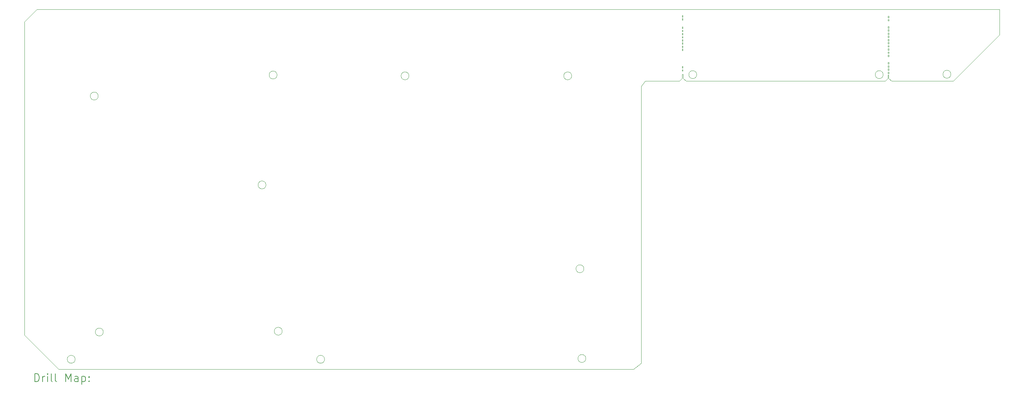
<source format=gbr>
%TF.GenerationSoftware,KiCad,Pcbnew,8.0.3-1.fc40*%
%TF.CreationDate,2024-06-20T13:52:43-04:00*%
%TF.ProjectId,sensor_bar_unified_muxing_1,73656e73-6f72-45f6-9261-725f756e6966,rev?*%
%TF.SameCoordinates,Original*%
%TF.FileFunction,Drillmap*%
%TF.FilePolarity,Positive*%
%FSLAX45Y45*%
G04 Gerber Fmt 4.5, Leading zero omitted, Abs format (unit mm)*
G04 Created by KiCad (PCBNEW 8.0.3-1.fc40) date 2024-06-20 13:52:43*
%MOMM*%
%LPD*%
G01*
G04 APERTURE LIST*
%ADD10C,0.050000*%
%ADD11C,0.200000*%
G04 APERTURE END LIST*
D10*
X4250000Y-3510000D02*
G75*
G02*
X4050000Y-3510000I-100000J0D01*
G01*
X4050000Y-3510000D02*
G75*
G02*
X4250000Y-3510000I100000J0D01*
G01*
X16210000Y-3000000D02*
G75*
G02*
X16010000Y-3000000I-100000J0D01*
G01*
X16010000Y-3000000D02*
G75*
G02*
X16210000Y-3000000I100000J0D01*
G01*
X19020000Y-2120000D02*
X19000000Y-2120000D01*
X19000000Y-2080000D01*
X19020000Y-2080000D01*
X19020000Y-2120000D01*
X24220000Y-1610000D02*
X24200000Y-1610000D01*
X24200000Y-1570000D01*
X24220000Y-1570000D01*
X24220000Y-1610000D01*
X19020000Y-2880000D02*
X19000000Y-2880000D01*
X19000000Y-2840000D01*
X19020000Y-2840000D01*
X19020000Y-2880000D01*
X19020000Y-2360000D02*
X19000000Y-2360000D01*
X19000000Y-2320000D01*
X19020000Y-2320000D01*
X19020000Y-2360000D01*
X25788000Y-2958500D02*
G75*
G02*
X25588000Y-2958500I-100000J0D01*
G01*
X25588000Y-2958500D02*
G75*
G02*
X25788000Y-2958500I100000J0D01*
G01*
X24220000Y-2510000D02*
X24200000Y-2510000D01*
X24200000Y-2470000D01*
X24220000Y-2470000D01*
X24220000Y-2510000D01*
X19020000Y-1510000D02*
X19000000Y-1510000D01*
X19000000Y-1470000D01*
X19020000Y-1470000D01*
X19020000Y-1510000D01*
X24220000Y-2700000D02*
X24200000Y-2700000D01*
X24200000Y-2660000D01*
X24220000Y-2660000D01*
X24220000Y-2700000D01*
X27018000Y-1958500D02*
X25848000Y-3128500D01*
X24288000Y-3128500D01*
X24218000Y-3058500D01*
X24218000Y-2978500D01*
X24198000Y-2978500D01*
X24198000Y-3058500D01*
X24128000Y-3128500D01*
X19098000Y-3128500D01*
X19028000Y-3058500D01*
X19028000Y-2958500D01*
X18998000Y-2958500D01*
X18998000Y-3058500D01*
X18928000Y-3128500D01*
X18068000Y-3128500D01*
X17968000Y-3266679D01*
X17968000Y-7568500D01*
X17967354Y-8627854D01*
X17967221Y-10268500D01*
X17768000Y-10418500D01*
X16578000Y-10418500D01*
X3248000Y-10418500D01*
X2388000Y-9558500D01*
X2388000Y-1628500D01*
X2698000Y-1318500D01*
X27018000Y-1318500D01*
X27018000Y-1958500D01*
X4378000Y-9478500D02*
G75*
G02*
X4178000Y-9478500I-100000J0D01*
G01*
X4178000Y-9478500D02*
G75*
G02*
X4378000Y-9478500I100000J0D01*
G01*
X16518000Y-7878500D02*
G75*
G02*
X16318000Y-7878500I-100000J0D01*
G01*
X16318000Y-7878500D02*
G75*
G02*
X16518000Y-7878500I100000J0D01*
G01*
X24220000Y-2110000D02*
X24200000Y-2110000D01*
X24200000Y-2070000D01*
X24220000Y-2070000D01*
X24220000Y-2110000D01*
X19020000Y-2800000D02*
X19000000Y-2800000D01*
X19000000Y-2760000D01*
X19020000Y-2760000D01*
X19020000Y-2800000D01*
X24220000Y-2190000D02*
X24200000Y-2190000D01*
X24200000Y-2150000D01*
X24220000Y-2150000D01*
X24220000Y-2190000D01*
X24220000Y-1790000D02*
X24200000Y-1790000D01*
X24200000Y-1750000D01*
X24220000Y-1750000D01*
X24220000Y-1790000D01*
X19020000Y-2200000D02*
X19000000Y-2200000D01*
X19000000Y-2160000D01*
X19020000Y-2160000D01*
X19020000Y-2200000D01*
X24220000Y-2270000D02*
X24200000Y-2270000D01*
X24200000Y-2230000D01*
X24220000Y-2230000D01*
X24220000Y-2270000D01*
X19020000Y-1800000D02*
X19000000Y-1800000D01*
X19000000Y-1760000D01*
X19020000Y-1760000D01*
X19020000Y-1800000D01*
X16568000Y-10148500D02*
G75*
G02*
X16368000Y-10148500I-100000J0D01*
G01*
X16368000Y-10148500D02*
G75*
G02*
X16568000Y-10148500I100000J0D01*
G01*
X19020000Y-1590000D02*
X19000000Y-1590000D01*
X19000000Y-1550000D01*
X19020000Y-1550000D01*
X19020000Y-1590000D01*
X24220000Y-2030000D02*
X24200000Y-2030000D01*
X24200000Y-1990000D01*
X24220000Y-1990000D01*
X24220000Y-2030000D01*
X24220000Y-2430000D02*
X24200000Y-2430000D01*
X24200000Y-2390000D01*
X24220000Y-2390000D01*
X24220000Y-2430000D01*
X24220000Y-2780000D02*
X24200000Y-2780000D01*
X24200000Y-2740000D01*
X24220000Y-2740000D01*
X24220000Y-2780000D01*
X8488000Y-5758500D02*
G75*
G02*
X8288000Y-5758500I-100000J0D01*
G01*
X8288000Y-5758500D02*
G75*
G02*
X8488000Y-5758500I100000J0D01*
G01*
X3668000Y-10168500D02*
G75*
G02*
X3468000Y-10168500I-100000J0D01*
G01*
X3468000Y-10168500D02*
G75*
G02*
X3668000Y-10168500I100000J0D01*
G01*
X19020000Y-1880000D02*
X19000000Y-1880000D01*
X19000000Y-1840000D01*
X19020000Y-1840000D01*
X19020000Y-1880000D01*
X19368000Y-2968500D02*
G75*
G02*
X19168000Y-2968500I-100000J0D01*
G01*
X19168000Y-2968500D02*
G75*
G02*
X19368000Y-2968500I100000J0D01*
G01*
X8898000Y-9458500D02*
G75*
G02*
X8698000Y-9458500I-100000J0D01*
G01*
X8698000Y-9458500D02*
G75*
G02*
X8898000Y-9458500I100000J0D01*
G01*
X24220000Y-1870000D02*
X24200000Y-1870000D01*
X24200000Y-1830000D01*
X24220000Y-1830000D01*
X24220000Y-1870000D01*
X19020000Y-2280000D02*
X19000000Y-2280000D01*
X19000000Y-2240000D01*
X19020000Y-2240000D01*
X19020000Y-2280000D01*
X24078000Y-2968500D02*
G75*
G02*
X23878000Y-2968500I-100000J0D01*
G01*
X23878000Y-2968500D02*
G75*
G02*
X24078000Y-2968500I100000J0D01*
G01*
X19020000Y-1960000D02*
X19000000Y-1960000D01*
X19000000Y-1920000D01*
X19020000Y-1920000D01*
X19020000Y-1960000D01*
X12100000Y-3000000D02*
G75*
G02*
X11900000Y-3000000I-100000J0D01*
G01*
X11900000Y-3000000D02*
G75*
G02*
X12100000Y-3000000I100000J0D01*
G01*
X24220000Y-2350000D02*
X24200000Y-2350000D01*
X24200000Y-2310000D01*
X24220000Y-2310000D01*
X24220000Y-2350000D01*
X19020000Y-2040000D02*
X19000000Y-2040000D01*
X19000000Y-2000000D01*
X19020000Y-2000000D01*
X19020000Y-2040000D01*
X24220000Y-1530000D02*
X24200000Y-1530000D01*
X24200000Y-1490000D01*
X24220000Y-1490000D01*
X24220000Y-1530000D01*
X9968000Y-10168500D02*
G75*
G02*
X9768000Y-10168500I-100000J0D01*
G01*
X9768000Y-10168500D02*
G75*
G02*
X9968000Y-10168500I100000J0D01*
G01*
X24220000Y-2940000D02*
X24200000Y-2940000D01*
X24200000Y-2900000D01*
X24220000Y-2900000D01*
X24220000Y-2940000D01*
X24220000Y-1950000D02*
X24200000Y-1950000D01*
X24200000Y-1910000D01*
X24220000Y-1910000D01*
X24220000Y-1950000D01*
X24220000Y-2860000D02*
X24200000Y-2860000D01*
X24200000Y-2820000D01*
X24220000Y-2820000D01*
X24220000Y-2860000D01*
X8768000Y-2978500D02*
G75*
G02*
X8568000Y-2978500I-100000J0D01*
G01*
X8568000Y-2978500D02*
G75*
G02*
X8768000Y-2978500I100000J0D01*
G01*
D11*
X2646277Y-10732484D02*
X2646277Y-10532484D01*
X2646277Y-10532484D02*
X2693896Y-10532484D01*
X2693896Y-10532484D02*
X2722467Y-10542008D01*
X2722467Y-10542008D02*
X2741515Y-10561055D01*
X2741515Y-10561055D02*
X2751039Y-10580103D01*
X2751039Y-10580103D02*
X2760563Y-10618198D01*
X2760563Y-10618198D02*
X2760563Y-10646770D01*
X2760563Y-10646770D02*
X2751039Y-10684865D01*
X2751039Y-10684865D02*
X2741515Y-10703912D01*
X2741515Y-10703912D02*
X2722467Y-10722960D01*
X2722467Y-10722960D02*
X2693896Y-10732484D01*
X2693896Y-10732484D02*
X2646277Y-10732484D01*
X2846277Y-10732484D02*
X2846277Y-10599150D01*
X2846277Y-10637246D02*
X2855801Y-10618198D01*
X2855801Y-10618198D02*
X2865324Y-10608674D01*
X2865324Y-10608674D02*
X2884372Y-10599150D01*
X2884372Y-10599150D02*
X2903420Y-10599150D01*
X2970086Y-10732484D02*
X2970086Y-10599150D01*
X2970086Y-10532484D02*
X2960562Y-10542008D01*
X2960562Y-10542008D02*
X2970086Y-10551531D01*
X2970086Y-10551531D02*
X2979610Y-10542008D01*
X2979610Y-10542008D02*
X2970086Y-10532484D01*
X2970086Y-10532484D02*
X2970086Y-10551531D01*
X3093896Y-10732484D02*
X3074848Y-10722960D01*
X3074848Y-10722960D02*
X3065324Y-10703912D01*
X3065324Y-10703912D02*
X3065324Y-10532484D01*
X3198658Y-10732484D02*
X3179610Y-10722960D01*
X3179610Y-10722960D02*
X3170086Y-10703912D01*
X3170086Y-10703912D02*
X3170086Y-10532484D01*
X3427229Y-10732484D02*
X3427229Y-10532484D01*
X3427229Y-10532484D02*
X3493896Y-10675341D01*
X3493896Y-10675341D02*
X3560562Y-10532484D01*
X3560562Y-10532484D02*
X3560562Y-10732484D01*
X3741515Y-10732484D02*
X3741515Y-10627722D01*
X3741515Y-10627722D02*
X3731991Y-10608674D01*
X3731991Y-10608674D02*
X3712943Y-10599150D01*
X3712943Y-10599150D02*
X3674848Y-10599150D01*
X3674848Y-10599150D02*
X3655801Y-10608674D01*
X3741515Y-10722960D02*
X3722467Y-10732484D01*
X3722467Y-10732484D02*
X3674848Y-10732484D01*
X3674848Y-10732484D02*
X3655801Y-10722960D01*
X3655801Y-10722960D02*
X3646277Y-10703912D01*
X3646277Y-10703912D02*
X3646277Y-10684865D01*
X3646277Y-10684865D02*
X3655801Y-10665817D01*
X3655801Y-10665817D02*
X3674848Y-10656293D01*
X3674848Y-10656293D02*
X3722467Y-10656293D01*
X3722467Y-10656293D02*
X3741515Y-10646770D01*
X3836753Y-10599150D02*
X3836753Y-10799150D01*
X3836753Y-10608674D02*
X3855801Y-10599150D01*
X3855801Y-10599150D02*
X3893896Y-10599150D01*
X3893896Y-10599150D02*
X3912943Y-10608674D01*
X3912943Y-10608674D02*
X3922467Y-10618198D01*
X3922467Y-10618198D02*
X3931991Y-10637246D01*
X3931991Y-10637246D02*
X3931991Y-10694389D01*
X3931991Y-10694389D02*
X3922467Y-10713436D01*
X3922467Y-10713436D02*
X3912943Y-10722960D01*
X3912943Y-10722960D02*
X3893896Y-10732484D01*
X3893896Y-10732484D02*
X3855801Y-10732484D01*
X3855801Y-10732484D02*
X3836753Y-10722960D01*
X4017705Y-10713436D02*
X4027229Y-10722960D01*
X4027229Y-10722960D02*
X4017705Y-10732484D01*
X4017705Y-10732484D02*
X4008182Y-10722960D01*
X4008182Y-10722960D02*
X4017705Y-10713436D01*
X4017705Y-10713436D02*
X4017705Y-10732484D01*
X4017705Y-10608674D02*
X4027229Y-10618198D01*
X4027229Y-10618198D02*
X4017705Y-10627722D01*
X4017705Y-10627722D02*
X4008182Y-10618198D01*
X4008182Y-10618198D02*
X4017705Y-10608674D01*
X4017705Y-10608674D02*
X4017705Y-10627722D01*
M02*

</source>
